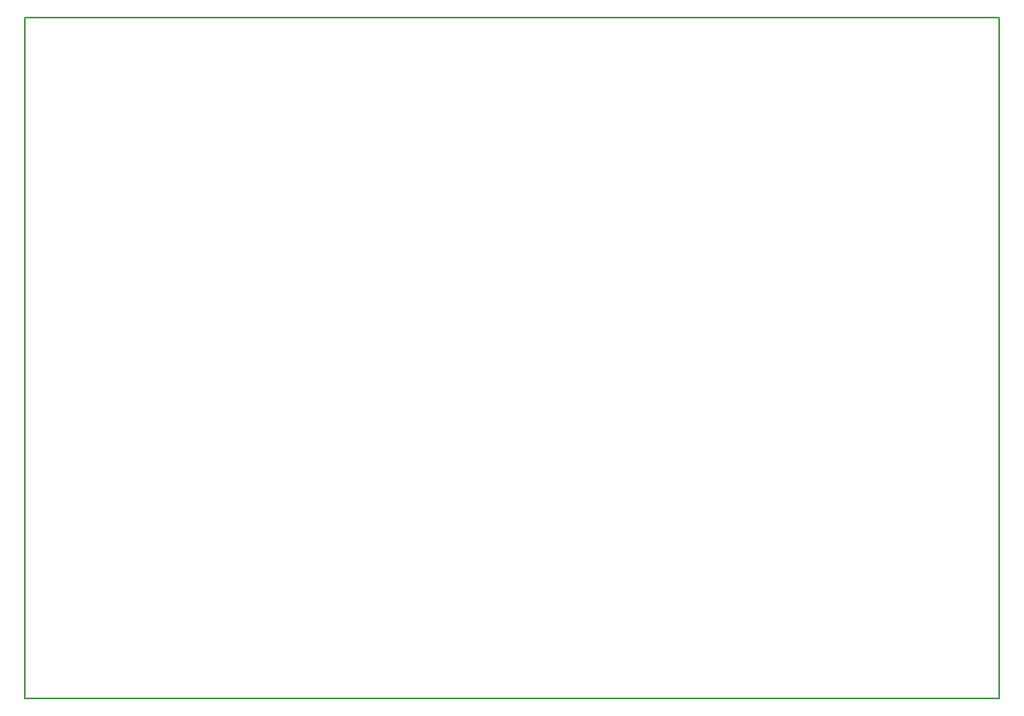
<source format=gbr>
G04 #@! TF.FileFunction,Profile,NP*
%FSLAX46Y46*%
G04 Gerber Fmt 4.6, Leading zero omitted, Abs format (unit mm)*
G04 Created by KiCad (PCBNEW 4.0.2-stable) date 2/2/2017 11:04:40 PM*
%MOMM*%
G01*
G04 APERTURE LIST*
%ADD10C,0.100000*%
%ADD11C,0.150000*%
G04 APERTURE END LIST*
D10*
D11*
X83000000Y-124000000D02*
X83000000Y-52000000D01*
X186000000Y-124000000D02*
X83000000Y-124000000D01*
X186000000Y-52000000D02*
X186000000Y-124000000D01*
X83000000Y-52000000D02*
X186000000Y-52000000D01*
M02*

</source>
